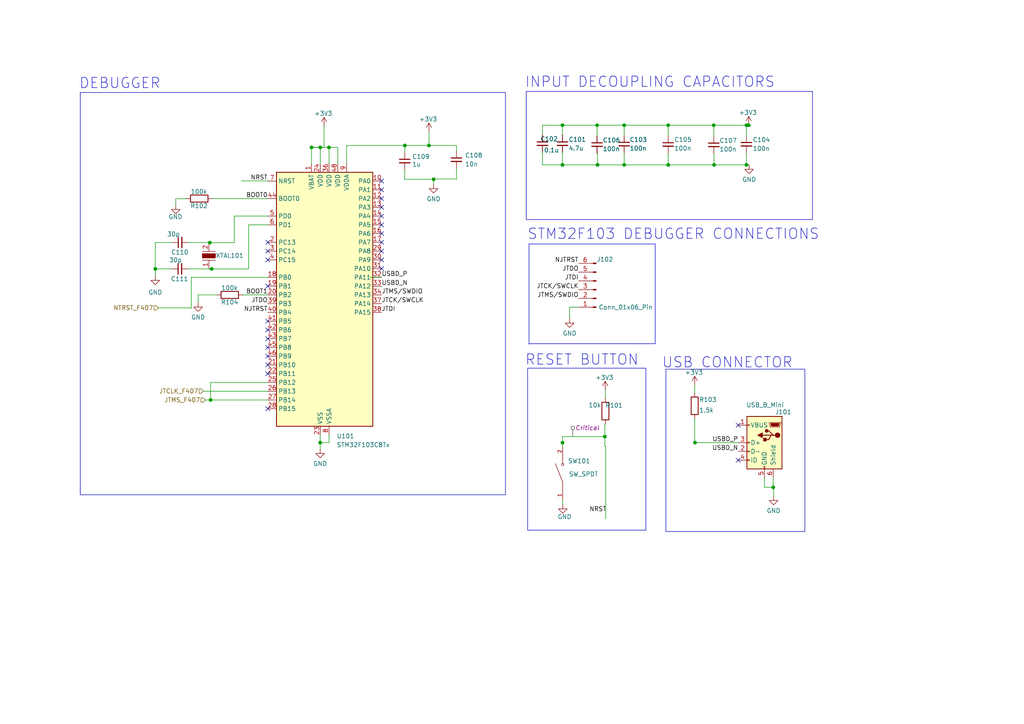
<source format=kicad_sch>
(kicad_sch (version 20231120) (generator "eeschema") (generator_version "8.0")
  (paper "A4")
  (title_block (title "Mixed Signal Board Project") (date "2024-06-24") (rev "V1.0") (company "open source") (comment 1 "this project for learning purposes"))
  (lib_symbols
    (symbol "Connector:Conn_01x06_Pin" (pin_names (offset 1.016) hide)
      (property "Reference" "J" (at 0 7.62 0))
      (property "Value" "Conn_01x06_Pin" (at 0 -10.16 0))
      (symbol "Conn_01x06_Pin_1_1"
        (polyline (pts (xy 1.27 -7.62) (xy 0.8636 -7.62)) (stroke (width 0.1524)))
        (polyline (pts (xy 1.27 -5.08) (xy 0.8636 -5.08)) (stroke (width 0.1524)))
        (polyline (pts (xy 1.27 -2.54) (xy 0.8636 -2.54)) (stroke (width 0.1524)))
        (polyline (pts (xy 1.27 0) (xy 0.8636 0)) (stroke (width 0.1524)))
        (polyline (pts (xy 1.27 2.54) (xy 0.8636 2.54)) (stroke (width 0.1524)))
        (polyline (pts (xy 1.27 5.08) (xy 0.8636 5.08)) (stroke (width 0.1524)))
        (rectangle (start 0.8636 -7.493) (end 0 -7.747) (stroke (width 0.1524)) (fill (type outline)))
        (rectangle (start 0.8636 -4.953) (end 0 -5.207) (stroke (width 0.1524)) (fill (type outline)))
        (rectangle (start 0.8636 -2.413) (end 0 -2.667) (stroke (width 0.1524)) (fill (type outline)))
        (rectangle (start 0.8636 0.127) (end 0 -0.127) (stroke (width 0.1524)) (fill (type outline)))
        (rectangle (start 0.8636 2.667) (end 0 2.413) (stroke (width 0.1524)) (fill (type outline)))
        (rectangle (start 0.8636 5.207) (end 0 4.953) (stroke (width 0.1524)) (fill (type outline)))
        (pin passive line (at 5.08 5.08 180) (length 3.81) (name "Pin_1") (number "1"))
        (pin passive line (at 5.08 2.54 180) (length 3.81) (name "Pin_2") (number "2"))
        (pin passive line (at 5.08 0 180) (length 3.81) (name "Pin_3") (number "3"))
        (pin passive line (at 5.08 -2.54 180) (length 3.81) (name "Pin_4") (number "4"))
        (pin passive line (at 5.08 -5.08 180) (length 3.81) (name "Pin_5") (number "5"))
        (pin passive line (at 5.08 -7.62 180) (length 3.81) (name "Pin_6") (number "6"))
      )
    )
    (symbol "Connector:USB_B_Mini" (pin_names (offset 1.016))
      (property "Reference" "J101" (at -3.048 8.89 0))
      (property "Value" "USB_B_Mini" (at 5.334 10.922 0))
      (symbol "USB_B_Mini_0_1"
        (rectangle (start -5.08 -7.62) (end 5.08 7.62) (stroke (width 0.254)) (fill (type background)))
        (circle (center -3.81 2.159) (radius 0.635) (stroke (width 0.254)) (fill (type outline)))
        (circle (center -0.635 3.429) (radius 0.381) (stroke (width 0.254)) (fill (type outline)))
        (rectangle (start -0.127 -7.62) (end 0.127 -6.858))
        (polyline (pts (xy -1.905 2.159) (xy 0.635 2.159)) (stroke (width 0.254)))
        (polyline (pts (xy -3.175 2.159) (xy -2.54 2.159) (xy -1.27 3.429) (xy -0.635 3.429)) (stroke (width 0.254)))
        (polyline (pts (xy -2.54 2.159) (xy -1.905 2.159) (xy -1.27 0.889) (xy 0 0.889)) (stroke (width 0.254)))
        (polyline (pts (xy 0.635 2.794) (xy 0.635 1.524) (xy 1.905 2.159) (xy 0.635 2.794)) (stroke (width 0.254)) (fill (type outline)))
        (polyline (pts (xy -4.318 5.588) (xy -1.778 5.588) (xy -2.032 4.826) (xy -4.064 4.826) (xy -4.318 5.588)) (fill (type outline)))
        (polyline (pts (xy -4.699 5.842) (xy -4.699 5.588) (xy -4.445 4.826) (xy -4.445 4.572) (xy -1.651 4.572) (xy -1.651 4.826) (xy -1.397 5.588) (xy -1.397 5.842) (xy -4.699 5.842)))
        (rectangle (start 0.254 1.27) (end -0.508 0.508) (stroke (width 0.254)) (fill (type outline)))
        (rectangle (start 5.08 -5.207) (end 4.318 -4.953))
        (rectangle (start 5.08 -2.667) (end 4.318 -2.413))
        (rectangle (start 5.08 -0.127) (end 4.318 0.127))
        (rectangle (start 5.08 4.953) (end 4.318 5.207))
      )
      (symbol "USB_B_Mini_1_1"
        (pin power_out line (at 7.62 5.08 180) (length 2.54) (name "VBUS") (number "1"))
        (pin bidirectional line (at 7.62 -2.54 180) (length 2.54) (name "D-") (number "2"))
        (pin bidirectional line (at 7.62 0 180) (length 2.54) (name "D+") (number "3"))
        (pin passive line (at 7.62 -5.08 180) (length 2.54) (name "ID") (number "4"))
        (pin passive line (at 0 -10.16 90) (length 2.54) (name "GND") (number "5"))
        (pin passive line (at -2.54 -10.16 90) (length 2.54) (name "Shield") (number "6"))
      )
    )
    (symbol "Device:C_Small" (pin_numbers hide) (pin_names (offset 0.254) hide)
      (property "Reference" "C" (at 0.254 1.778 0))
      (property "Value" "C_Small" (at 0.254 -2.032 0))
      (symbol "C_Small_0_1"
        (polyline (pts (xy -1.524 -0.508) (xy 1.524 -0.508)) (stroke (width 0.3302)))
        (polyline (pts (xy -1.524 0.508) (xy 1.524 0.508)) (stroke (width 0.3048)))
      )
      (symbol "C_Small_1_1"
        (pin passive line (at 0 2.54 270) (length 2.032) (name "~") (number "1"))
        (pin passive line (at 0 -2.54 90) (length 2.032) (name "~") (number "2"))
      )
    )
    (symbol "Device:R" (pin_numbers hide) (pin_names (offset 0))
      (property "Reference" "R" (at 2.032 0 90))
      (property "Value" "R" (at 0 0 90))
      (symbol "R_0_1"
        (rectangle (start -1.016 -2.54) (end 1.016 2.54) (stroke (width 0.254)))
      )
      (symbol "R_1_1"
        (pin passive line (at 0 3.81 270) (length 1.27) (name "~") (number "1"))
        (pin passive line (at 0 -3.81 90) (length 1.27) (name "~") (number "2"))
      )
    )
    (symbol "MCU_ST_STM32F1:STM32F103C8Tx"
      (property "Reference" "U" (at -12.7 39.37 0))
      (property "Value" "STM32F103C8Tx" (at 10.16 39.37 0))
      (symbol "STM32F103C8Tx_0_1"
        (rectangle (start -12.7 -35.56) (end 15.24 38.1) (stroke (width 0.254)) (fill (type background)))
      )
      (symbol "STM32F103C8Tx_1_1"
        (pin power_in line (at -2.54 40.64 270) (length 2.54) (name "VBAT") (number "1"))
        (pin bidirectional line (at 17.78 35.56 180) (length 2.54) (name "PA0") (number "10"))
        (pin bidirectional line (at 17.78 33.02 180) (length 2.54) (name "PA1") (number "11"))
        (pin bidirectional line (at 17.78 30.48 180) (length 2.54) (name "PA2") (number "12"))
        (pin bidirectional line (at 17.78 27.94 180) (length 2.54) (name "PA3") (number "13"))
        (pin bidirectional line (at 17.78 25.4 180) (length 2.54) (name "PA4") (number "14"))
        (pin bidirectional line (at 17.78 22.86 180) (length 2.54) (name "PA5") (number "15"))
        (pin bidirectional line (at 17.78 20.32 180) (length 2.54) (name "PA6") (number "16"))
        (pin bidirectional line (at 17.78 17.78 180) (length 2.54) (name "PA7") (number "17"))
        (pin bidirectional line (at -15.24 7.62 0) (length 2.54) (name "PB0") (number "18"))
        (pin bidirectional line (at -15.24 5.08 0) (length 2.54) (name "PB1") (number "19"))
        (pin bidirectional line (at -15.24 17.78 0) (length 2.54) (name "PC13") (number "2"))
        (pin bidirectional line (at -15.24 2.54 0) (length 2.54) (name "PB2") (number "20"))
        (pin bidirectional line (at -15.24 -17.78 0) (length 2.54) (name "PB10") (number "21"))
        (pin bidirectional line (at -15.24 -20.32 0) (length 2.54) (name "PB11") (number "22"))
        (pin power_in line (at 0 -38.1 90) (length 2.54) (name "VSS") (number "23"))
        (pin power_in line (at 0 40.64 270) (length 2.54) (name "VDD") (number "24"))
        (pin bidirectional line (at -15.24 -22.86 0) (length 2.54) (name "PB12") (number "25"))
        (pin bidirectional line (at -15.24 -25.4 0) (length 2.54) (name "PB13") (number "26"))
        (pin bidirectional line (at -15.24 -27.94 0) (length 2.54) (name "PB14") (number "27"))
        (pin bidirectional line (at -15.24 -30.48 0) (length 2.54) (name "PB15") (number "28"))
        (pin bidirectional line (at 17.78 15.24 180) (length 2.54) (name "PA8") (number "29"))
        (pin bidirectional line (at -15.24 15.24 0) (length 2.54) (name "PC14") (number "3"))
        (pin bidirectional line (at 17.78 12.7 180) (length 2.54) (name "PA9") (number "30"))
        (pin bidirectional line (at 17.78 10.16 180) (length 2.54) (name "PA10") (number "31"))
        (pin bidirectional line (at 17.78 7.62 180) (length 2.54) (name "PA11") (number "32"))
        (pin bidirectional line (at 17.78 5.08 180) (length 2.54) (name "PA12") (number "33"))
        (pin bidirectional line (at 17.78 2.54 180) (length 2.54) (name "PA13") (number "34"))
        (pin passive line (at 0 -38.1 90) (length 2.54) hide (name "VSS") (number "35"))
        (pin power_in line (at 2.54 40.64 270) (length 2.54) (name "VDD") (number "36"))
        (pin bidirectional line (at 17.78 0 180) (length 2.54) (name "PA14") (number "37"))
        (pin bidirectional line (at 17.78 -2.54 180) (length 2.54) (name "PA15") (number "38"))
        (pin bidirectional line (at -15.24 0 0) (length 2.54) (name "PB3") (number "39"))
        (pin bidirectional line (at -15.24 12.7 0) (length 2.54) (name "PC15") (number "4"))
        (pin bidirectional line (at -15.24 -2.54 0) (length 2.54) (name "PB4") (number "40"))
        (pin bidirectional line (at -15.24 -5.08 0) (length 2.54) (name "PB5") (number "41"))
        (pin bidirectional line (at -15.24 -7.62 0) (length 2.54) (name "PB6") (number "42"))
        (pin bidirectional line (at -15.24 -10.16 0) (length 2.54) (name "PB7") (number "43"))
        (pin input line (at -15.24 30.48 0) (length 2.54) (name "BOOT0") (number "44"))
        (pin bidirectional line (at -15.24 -12.7 0) (length 2.54) (name "PB8") (number "45"))
        (pin bidirectional line (at -15.24 -15.24 0) (length 2.54) (name "PB9") (number "46"))
        (pin passive line (at 0 -38.1 90) (length 2.54) hide (name "VSS") (number "47"))
        (pin power_in line (at 5.08 40.64 270) (length 2.54) (name "VDD") (number "48"))
        (pin bidirectional line (at -15.24 25.4 0) (length 2.54) (name "PD0") (number "5"))
        (pin bidirectional line (at -15.24 22.86 0) (length 2.54) (name "PD1") (number "6"))
        (pin input line (at -15.24 35.56 0) (length 2.54) (name "NRST") (number "7"))
        (pin power_in line (at 2.54 -38.1 90) (length 2.54) (name "VSSA") (number "8"))
        (pin power_in line (at 7.62 40.64 270) (length 2.54) (name "VDDA") (number "9"))
      )
    )
    (symbol "PTS636_SM43J_SMTR_LFS:PTS636_SM43J_SMTR_LFS" (pin_names (offset 1.016))
      (property "Reference" "S" (at -2.54 2.54 0))
      (property "Value" "PTS636_SM43J_SMTR_LFS" (at -2.54 -2.54 0))
      (symbol "PTS636_SM43J_SMTR_LFS_0_0"
        (polyline (pts (xy -2.54 0) (xy -5.08 0)) (stroke (width 0.1524)))
        (polyline (pts (xy -2.54 0) (xy 2.794 2.1336)) (stroke (width 0.1524)))
        (polyline (pts (xy 5.08 0) (xy 2.921 0)) (stroke (width 0.1524)))
        (circle (center 2.54 0) (radius 0.3302) (stroke (width 0.1524)))
        (pin passive line (at -7.62 0 0) (length 2.54) (name "~") (number "1"))
        (pin passive line (at 7.62 0 180) (length 2.54) (name "~") (number "2"))
      )
    )
    (symbol "dk_Crystals:NX3225GD-8MHZ-STD-CRA-3" (pin_names (offset 1.016))
      (property "Reference" "XTAL" (at 0 3.81 0))
      (property "Value" "NX3225GD-8MHZ-STD-CRA-3" (at 0 -3.81 0))
      (symbol "NX3225GD-8MHZ-STD-CRA-3_1_1"
        (rectangle (start -0.635 1.905) (end 0.635 -1.905) (fill (type outline)))
        (polyline (pts (xy -1.27 1.905) (xy -1.27 -1.905)))
        (polyline (pts (xy 1.27 1.905) (xy 1.27 -1.905)))
        (pin bidirectional line (at -3.81 0 0) (length 2.54) (name "~") (number "1"))
        (pin bidirectional line (at 3.81 0 180) (length 2.54) (name "~") (number "2"))
      )
    )
    (symbol "power:+3V3" (power) (pin_names (offset 0))
      (property "Value" "+3V3" (at 0 3.556 0))
      (symbol "+3V3_0_1"
        (polyline (pts (xy -0.762 1.27) (xy 0 2.54)))
        (polyline (pts (xy 0 0) (xy 0 2.54)))
        (polyline (pts (xy 0 2.54) (xy 0.762 1.27)))
      )
      (symbol "+3V3_1_1"
        (pin power_in line (at 0 0 90) (length 0) hide (name "+3V3") (number "1"))
      )
    )
    (symbol "power:GND" (power) (pin_names (offset 0))
      (property "Value" "GND" (at 0 -3.81 0))
      (symbol "GND_0_1"
        (polyline (pts (xy 0 0) (xy 0 -1.27) (xy 1.27 -1.27) (xy 0 -2.54) (xy -1.27 -1.27) (xy 0 -1.27)))
      )
      (symbol "GND_1_1"
        (pin power_in line (at 0 0 270) (length 0) hide (name "GND") (number "1"))
      )
    )
  )
  (junction (at 61.0828 116.0112))
  (junction (at 193.8034 36.3153))
  (junction (at 217.1562 36.3153))
  (junction (at 216.4953 36.3153))
  (junction (at 193.8034 47.8284))
  (junction (at 60.8698 70.3855))
  (junction (at 181.0364 47.8284))
  (junction (at 173.1831 36.3153))
  (junction (at 117.4375 42.202))
  (junction (at 163.1398 47.8284))
  (junction (at 163.1398 36.3153))
  (junction (at 201.5737 128.3901))
  (junction (at 92.9101 42.7547))
  (junction (at 124.413 42.202))
  (junction (at 95.4139 42.7547))
  (junction (at 207.1118 47.8284))
  (junction (at 92.864 128.3877))
  (junction (at 216.4953 47.8284))
  (junction (at 90.3511 42.7547))
  (junction (at 207.025 36.3153))
  (junction (at 125.765 51.9994))
  (junction (at 175.4361 126.6343))
  (junction (at 224.2648 141.3492))
  (junction (at 181.0364 36.3153))
  (junction (at 61.3975 77.9982))
  (junction (at 163.1616 128.4039))
  (junction (at 45.0377 77.991))
  (junction (at 173.3037 47.8284))
  (no_connect (at 110.6711 75.3712))
  (no_connect (at 214.1048 133.4701))
  (no_connect (at 110.6711 77.9112))
  (no_connect (at 110.6711 55.0512))
  (no_connect (at 110.6711 62.6712))
  (no_connect (at 110.6711 70.2912))
  (no_connect (at 77.6511 95.6912))
  (no_connect (at 77.6511 100.7712))
  (no_connect (at 77.6511 108.3912))
  (no_connect (at 77.6511 98.2312))
  (no_connect (at 110.6711 52.5112))
  (no_connect (at 77.6511 72.8312))
  (no_connect (at 214.1048 123.3101))
  (no_connect (at 77.6511 70.2912))
  (no_connect (at 77.6511 93.1512))
  (no_connect (at 110.6711 60.1312))
  (no_connect (at 77.6511 82.9912))
  (no_connect (at 110.6711 65.2112))
  (no_connect (at 110.6711 57.5912))
  (no_connect (at 77.6511 75.3712))
  (no_connect (at 77.6511 105.8512))
  (no_connect (at 110.6711 72.8312))
  (no_connect (at 77.6511 118.5512))
  (no_connect (at 110.6711 67.7512))
  (no_connect (at 77.6511 103.3112))
  (wire (pts (xy 57.4611 85.5378) (xy 57.4611 87.7807)))
  (wire (pts (xy 117.4375 43.219) (xy 117.4375 42.202)))
  (wire (pts (xy 77.6511 62.6712) (xy 67.9475 62.6712)))
  (wire (pts (xy 50.9816 59.4911) (xy 50.9816 57.645)))
  (wire (pts (xy 132.3973 42.202) (xy 124.413 42.202)))
  (wire (pts (xy 175.6822 150.4991) (xy 175.6822 129.4996)))
  (wire (pts (xy 216.4953 36.3153) (xy 217.1562 36.3153)))
  (wire (pts (xy 55.4751 80.4512) (xy 77.6511 80.4512)))
  (wire (pts (xy 67.9475 70.3855) (xy 60.8698 70.3855)))
  (wire (pts (xy 201.5737 128.3625) (xy 201.5737 128.3901)))
  (wire (pts (xy 173.3037 47.8284) (xy 163.1398 47.8284)))
  (wire (pts (xy 95.4311 126.1712) (xy 95.4311 128.3877)))
  (wire (pts (xy 163.1616 128.4743) (xy 163.1616 128.4039)))
  (wire (pts (xy 181.0364 47.8284) (xy 193.8034 47.8284)))
  (wire (pts (xy 207.025 39.4748) (xy 207.0264 39.4748)))
  (wire (pts (xy 165.2173 89.0917) (xy 165.2173 92.4457)))
  (wire (pts (xy 49.6221 77.991) (xy 45.0377 77.991)))
  (wire (pts (xy 92.9101 43.1229) (xy 92.9101 42.7547)))
  (wire (pts (xy 175.5876 115.425) (xy 175.5876 113.1635)))
  (wire (pts (xy 193.8034 47.8284) (xy 207.1118 47.8284)))
  (wire (pts (xy 163.1398 47.8284) (xy 163.1398 44.2129)))
  (wire (pts (xy 61.0828 116.0112) (xy 59.5629 116.0112)))
  (wire (pts (xy 157.3178 39.1371) (xy 157.3178 36.3153)))
  (wire (pts (xy 93.994 42.7229) (xy 90.3511 42.7229)))
  (wire (pts (xy 216.4953 39.3) (xy 216.4953 36.3153)))
  (wire (pts (xy 173.1831 36.3153) (xy 181.0364 36.3153)))
  (wire (pts (xy 61.5861 57.6017) (xy 77.6511 57.6017)))
  (wire (pts (xy 201.5737 128.3901) (xy 214.1048 128.3901)))
  (wire (pts (xy 181.0364 36.3153) (xy 181.0364 39.2469)))
  (wire (pts (xy 175.5876 113.1635) (xy 175.5445 113.1635)))
  (wire (pts (xy 92.864 128.3877) (xy 92.864 126.1712)))
  (wire (pts (xy 124.413 38.2388) (xy 124.413 42.202)))
  (wire (pts (xy 201.4931 128.3901) (xy 201.5737 128.3901)))
  (wire (pts (xy 175.4361 123.045) (xy 175.4361 126.6343)))
  (wire (pts (xy 175.4361 126.6343) (xy 175.4361 129.4996)))
  (wire (pts (xy 207.1118 47.8284) (xy 216.4953 47.8284)))
  (wire (pts (xy 173.3037 44.4731) (xy 173.171 44.4731)))
  (wire (pts (xy 125.765 51.923) (xy 125.765 51.9994)))
  (wire (pts (xy 207.1118 47.8284) (xy 207.1118 44.5548)))
  (wire (pts (xy 92.8911 47.4312) (xy 92.8911 43.1229)))
  (wire (pts (xy 62.8366 85.5378) (xy 57.4611 85.5378)))
  (wire (pts (xy 193.8034 36.3153) (xy 193.8034 39.3609)))
  (wire (pts (xy 125.765 51.9994) (xy 125.765 53.4651)))
  (wire (pts (xy 173.1831 36.3153) (xy 163.1398 36.3153)))
  (wire (pts (xy 93.994 36.5783) (xy 93.994 42.7229)))
  (wire (pts (xy 67.9475 62.6712) (xy 67.9475 70.3855)))
  (wire (pts (xy 97.9711 42.7547) (xy 95.4139 42.7547)))
  (wire (pts (xy 193.8034 36.3153) (xy 207.025 36.3153)))
  (wire (pts (xy 207.025 36.3153) (xy 207.025 39.4748)))
  (polyline (pts (xy 190.0359 99.6966) (xy 190.0359 70.7684)))
  (wire (pts (xy 132.3973 48.8647) (xy 132.3973 51.923)))
  (wire (pts (xy 59.5629 116.0112) (xy 59.5629 116.0026)))
  (wire (pts (xy 95.4311 43.0308) (xy 95.4139 43.0308)))
  (wire (pts (xy 181.0364 36.3153) (xy 193.8034 36.3153)))
  (wire (pts (xy 55.0941 89.3366) (xy 55.4751 89.3366)))
  (wire (pts (xy 61.3975 77.9982) (xy 61.3975 78.0055)))
  (wire (pts (xy 157.3178 44.2171) (xy 157.3178 47.8284)))
  (wire (pts (xy 173.1831 39.3931) (xy 173.171 39.3931)))
  (wire (pts (xy 175.4361 123.045) (xy 175.5876 123.045)))
  (wire (pts (xy 216.4953 47.8284) (xy 217.2855 47.8284)))
  (wire (pts (xy 117.3897 43.219) (xy 117.4375 43.219)))
  (wire (pts (xy 167.8285 89.0917) (xy 165.2173 89.0917)))
  (polyline (pts (xy 153.4311 99.6966) (xy 190.0359 99.6966)))
  (wire (pts (xy 224.2648 141.3492) (xy 224.2648 138.5501)))
  (wire (pts (xy 92.864 130.2451) (xy 92.864 128.3877)))
  (wire (pts (xy 77.6511 113.4712) (xy 58.993 113.4712)))
  (wire (pts (xy 72.246 65.2039) (xy 72.246 65.2112)))
  (wire (pts (xy 224.3756 141.3492) (xy 224.2648 141.3492)))
  (wire (pts (xy 92.8911 43.1229) (xy 92.9101 43.1229)))
  (wire (pts (xy 110.6711 83.1086) (xy 110.6711 82.9912)))
  (wire (pts (xy 95.4139 42.7547) (xy 92.9101 42.7547)))
  (wire (pts (xy 173.3037 47.8284) (xy 181.0364 47.8284)))
  (wire (pts (xy 95.4139 43.0308) (xy 95.4139 42.7547)))
  (wire (pts (xy 50.9816 57.645) (xy 54.0321 57.645)))
  (wire (pts (xy 45.0377 70.3388) (xy 49.6881 70.3388)))
  (wire (pts (xy 95.4311 47.4312) (xy 95.4311 43.0308)))
  (wire (pts (xy 117.4375 42.202) (xy 100.5111 42.202)))
  (wire (pts (xy 45.0377 70.3388) (xy 45.0377 77.991)))
  (wire (pts (xy 60.8698 70.3855) (xy 60.5922 70.3855)))
  (wire (pts (xy 173.1831 36.3153) (xy 173.1831 39.3931)))
  (wire (pts (xy 107.3063 80.4512) (xy 110.6711 80.4512)))
  (wire (pts (xy 100.5111 42.202) (xy 100.5111 47.4312)))
  (wire (pts (xy 207.025 36.3153) (xy 216.4953 36.3153)))
  (wire (pts (xy 175.6822 129.4996) (xy 175.4361 129.4996)))
  (wire (pts (xy 70.4566 85.5312) (xy 70.4566 85.5378)))
  (wire (pts (xy 61.0828 110.9312) (xy 61.0828 116.0112)))
  (wire (pts (xy 77.6511 85.5312) (xy 70.4566 85.5312)))
  (wire (pts (xy 77.6511 110.9312) (xy 61.0828 110.9312)))
  (wire (pts (xy 54.7681 70.3388) (xy 60.8698 70.3388)))
  (wire (pts (xy 207.1118 44.5548) (xy 207.0264 44.5548)))
  (polyline (pts (xy 153.4303 70.7684) (xy 190.0359 70.7684)))
  (wire (pts (xy 217.1562 36.3153) (xy 217.2855 36.3153)))
  (polyline (pts (xy 153.4311 70.8067) (xy 153.4311 99.8608)))
  (wire (pts (xy 55.4751 80.4512) (xy 55.4751 89.3366)))
  (wire (pts (xy 163.1616 126.6343) (xy 175.4361 126.6343)))
  (wire (pts (xy 157.3178 36.3153) (xy 163.1398 36.3153)))
  (wire (pts (xy 117.3897 44.1704) (xy 117.3897 43.219)))
  (wire (pts (xy 181.0364 47.8284) (xy 181.0364 44.3269)))
  (wire (pts (xy 163.1961 146.3283) (xy 163.2408 146.3283)))
  (wire (pts (xy 77.6511 52.5112) (xy 77.6511 52.4737)))
  (wire (pts (xy 132.3973 51.923) (xy 125.765 51.923)))
  (wire (pts (xy 132.3973 43.7847) (xy 132.3973 42.202)))
  (wire (pts (xy 224.3756 141.3492) (xy 224.3756 143.8892)))
  (wire (pts (xy 163.1616 128.4039) (xy 163.1616 126.6343)))
  (wire (pts (xy 55.0941 89.3366) (xy 55.0941 89.2917)))
  (wire (pts (xy 72.246 65.2112) (xy 77.6511 65.2112)))
  (wire (pts (xy 193.8034 47.8284) (xy 193.8034 44.4409)))
  (wire (pts (xy 72.246 65.2039) (xy 72.119 65.2039)))
  (wire (pts (xy 54.0321 57.518) (xy 53.9661 57.518)))
  (wire (pts (xy 201.4931 121.5032) (xy 201.4931 128.3901)))
  (wire (pts (xy 92.9101 42.7547) (xy 90.3511 42.7547)))
  (wire (pts (xy 117.3897 51.9994) (xy 125.765 51.9994)))
  (wire (pts (xy 77.6511 57.6017) (xy 77.6511 57.5912)))
  (wire (pts (xy 97.9711 47.4312) (xy 97.9711 42.7547)))
  (wire (pts (xy 221.7248 138.5501) (xy 221.7248 141.3492)))
  (wire (pts (xy 216.4953 44.38) (xy 216.4953 47.8284)))
  (wire (pts (xy 221.7248 141.3492) (xy 224.2648 141.3492)))
  (wire (pts (xy 90.3511 42.7547) (xy 90.3511 47.4312)))
  (wire (pts (xy 77.6511 52.4737) (xy 69.9852 52.4737)))
  (wire (pts (xy 72.119 77.9982) (xy 61.3975 77.9982)))
  (wire (pts (xy 201.4931 113.8832) (xy 201.4931 111.6787)))
  (wire (pts (xy 163.1961 144.8821) (xy 163.1961 146.3283)))
  (wire (pts (xy 60.8698 70.3388) (xy 60.8698 70.3855)))
  (wire (pts (xy 53.9661 57.518) (xy 53.9661 57.6017)))
  (wire (pts (xy 163.1961 129.6421) (xy 163.1961 128.4039)))
  (wire (pts (xy 95.4311 128.3877) (xy 92.864 128.3877)))
  (wire (pts (xy 61.3975 77.991) (xy 61.3975 77.9982)))
  (wire (pts (xy 77.6511 116.0112) (xy 61.0828 116.0112)))
  (wire (pts (xy 72.119 65.2039) (xy 72.119 77.9982)))
  (wire (pts (xy 117.3897 49.2504) (xy 117.3897 51.9994)))
  (wire (pts (xy 92.864 126.1712) (xy 92.8911 126.1712)))
  (wire (pts (xy 157.3178 47.8284) (xy 163.1398 47.8284)))
  (wire (pts (xy 61.3975 78.0055) (xy 60.5922 78.0055)))
  (wire (pts (xy 90.3511 42.7229) (xy 90.3511 42.7547)))
  (wire (pts (xy 163.1398 36.3153) (xy 163.1398 39.1329)))
  (wire (pts (xy 54.0321 57.645) (xy 54.0321 57.518)))
  (wire (pts (xy 173.3037 47.8284) (xy 173.3037 44.4731)))
  (wire (pts (xy 163.1961 128.4039) (xy 163.1616 128.4039)))
  (wire (pts (xy 58.993 113.4712) (xy 58.993 113.4378)))
  (wire (pts (xy 55.0941 89.2917) (xy 45.9307 89.2917)))
  (wire (pts (xy 124.413 42.202) (xy 117.4375 42.202)))
  (wire (pts (xy 45.0377 77.991) (xy 45.0377 80.0359)))
  (wire (pts (xy 54.7021 77.991) (xy 61.3975 77.991)))
  (rectangle (start 193.1409 107.0692) (end 233.4474 154.1529))
  (rectangle (start 23.2761 26.8289) (end 146.6112 143.5073))
  (rectangle (start 152.6298 26.5193) (end 235.6545 63.6863))
  (rectangle (start 153.0361 106.7821) (end 187.3261 153.7721))
  (text "USB CONNECTOR" (at 210.9756 105.2858 0) (effects (font (size 3 3))))
  (text "STM32F103 DEBUGGER CONNECTIONS\n" (at 152.9382 69.7736 0) (effects (font (size 3 3)) (justify left bottom)))
  (text "DEBUGGER" (at 34.7805 24.2857 0) (effects (font (size 3 3))))
  (text "INPUT DECOUPLING CAPACITORS" (at 188.5024 23.9306 0) (effects (font (size 3 3))))
  (text "RESET BUTTON" (at 168.7841 104.4961 0) (effects (font (size 3 3))))
  (label "JTMS{slash}SWDIO" (at 167.8285 86.5517 180))
  (label "JTDI" (at 110.6711 90.6112 0))
  (label "JTCK{slash}SWCLK" (at 110.6711 88.0712 0))
  (label "USBD_N" (at 110.6711 83.0772 0))
  (label "JTDO" (at 77.6511 88.0712 180))
  (label "BOOT1" (at 71.3367 85.5312 0))
  (label "USBD_N" (at 214.1048 130.9301 180))
  (label "USBD_P" (at 214.1048 128.3901 180))
  (label "NRST" (at 77.6511 52.5112 180))
  (label "JTDO" (at 167.8285 78.9317 180))
  (label "NJTRST" (at 77.6511 90.6112 180))
  (label "JTMS{slash}SWDIO" (at 110.6711 85.5312 0))
  (label "NRST" (at 175.8961 148.6921 180))
  (label "NJTRST" (at 167.8285 76.3917 180))
  (label "JTDI" (at 167.8285 81.4717 180))
  (label "JTCK{slash}SWCLK" (at 167.8285 84.0117 180))
  (label "USBD_P" (at 110.6711 80.4512 0))
  (label "BOOT0" (at 77.6511 57.5912 180))
  (hierarchical_label "NTRST_F407" (shape input) (at 45.9307 89.2917 180))
  (hierarchical_label "JTCLK_F407" (shape input) (at 58.993 113.4378 180))
  (hierarchical_label "JTMS_F407" (shape input) (at 59.5629 116.0026 180))
  (netclass_flag "" (length 2.54) (shape round) (at 166.1425 126.6343 0) (property "Netclass" "Critical" (at 166.841 124.0943 0) (effects (font (italic yes)) (justify left))))
  (symbol (lib_id "power:GND") (at 163.2408 146.3283 0) (unit 1)
    (property "Reference" "#PWR0435" (effects (hide yes)))
    (property "Value" "GND" (at 163.7445 149.8941 0))
  )
  (symbol (lib_id "PTS636_SM43J_SMTR_LFS:PTS636_SM43J_SMTR_LFS") (at 163.1961 137.2621 90) (unit 1)
    (property "Reference" "SW101" (at 164.7201 133.7061 90) (effects (justify right)))
    (property "Value" "SW_SPDT" (at 164.9741 137.5161 90) (effects (justify right)))
    (property "Footprint" "footprints:SW_PTS636_SM43J_SMTR_LFS" (effects (hide yes)))
    (property "MF" "C&K" (effects (hide yes)))
    (property "MAXIMUM_PACKAGE_HEIGHT" "4.3 mm" (effects (hide yes)))
    (property "Package" "None" (effects (hide yes)))
    (property "Price" "None" (effects (hide yes)))
    (property "Check_prices" "https://www.snapeda.com/parts/PTS636%20SM43J%20SMTR%20LFS/C%2526K/view-part/?ref=eda" (effects (hide yes)))
    (property "STANDARD" "Manufacturer Recommendations" (effects (hide yes)))
    (property "PARTREV" "27 mar 19" (effects (hide yes)))
    (property "SnapEDA_Link" "https://www.snapeda.com/parts/PTS636%20SM43J%20SMTR%20LFS/C%2526K/view-part/?ref=snap" (effects (hide yes)))
    (property "MP" "PTS636 SM43J SMTR LFS" (effects (hide yes)))
    (property "Description_1" "\nTactile Switch SPST-NO Top Actuated Surface Mount\n" (effects (hide yes)))
    (property "Availability" "In Stock" (effects (hide yes)))
    (property "MANUFACTURER" "C&K" (effects (hide yes)))
  )
  (symbol (lib_id "power:+3V3") (at 124.413 38.2388 0) (unit 1)
    (property "Reference" "#PWR0434" (effects (hide yes)))
    (property "Value" "+3V3" (at 124.1752 34.5763 0))
    (property "Description" "Power symbol creates a global label with name \"+3V3\"" (effects (hide yes)))
  )
  (symbol (lib_id "MCU_ST_STM32F1:STM32F103C8Tx") (at 92.8911 88.0712 0) (unit 1)
    (property "Reference" "U101" (at 97.6252 126.4935 0) (effects (justify left)))
    (property "Value" "STM32F103C8Tx" (at 97.6252 129.0335 0) (effects (justify left)))
    (property "Footprint" "Package_QFP:LQFP-48_7x7mm_P0.5mm" (effects (hide yes)))
    (property "Datasheet" "https://www.st.com/resource/en/datasheet/stm32f103c8.pdf" (effects (hide yes)))
  )
  (symbol (lib_id "power:+3V3") (at 217.1562 36.3153 0) (unit 1)
    (property "Reference" "#PWR0431" (effects (hide yes)))
    (property "Value" "+3V3" (at 216.9184 32.6528 0))
    (property "Description" "Power symbol creates a global label with name \"+3V3\"" (effects (hide yes)))
  )
  (symbol (lib_id "power:GND") (at 125.765 53.4651 0) (unit 1)
    (property "Reference" "#PWR0436" (effects (hide yes)))
    (property "Value" "GND" (at 125.765 57.7054 0))
  )
  (symbol (lib_id "Device:R") (at 66.6466 85.5378 90) (unit 1)
    (property "Reference" "R104" (at 66.6159 87.6374 90))
    (property "Value" "100k" (at 66.5777 83.5145 90))
    (property "Footprint" "Resistor_SMD:R_0805_2012Metric_Pad1.20x1.40mm_HandSolder" (effects (hide yes)))
  )
  (symbol (lib_id "power:GND") (at 92.864 130.2451 0) (unit 1)
    (property "Reference" "#PWR0442" (effects (hide yes)))
    (property "Value" "GND" (at 92.864 134.4854 0))
  )
  (symbol (lib_id "power:GND") (at 45.0377 80.0359 0) (unit 1)
    (property "Reference" "#PWR0439" (effects (hide yes)))
    (property "Value" "GND" (at 45.0377 84.8196 0))
  )
  (symbol (lib_id "power:GND") (at 165.2173 92.4457 0) (unit 1)
    (property "Reference" "#PWR0443" (effects (hide yes)))
    (property "Value" "GND" (at 165.2173 96.686 0))
  )
  (symbol (lib_id "Device:R") (at 57.7761 57.6017 90) (unit 1)
    (property "Reference" "R102" (at 57.7454 59.7013 90))
    (property "Value" "100k" (at 57.7072 55.5784 90))
    (property "Footprint" "Resistor_SMD:R_0805_2012Metric_Pad1.20x1.40mm_HandSolder" (effects (hide yes)))
  )
  (symbol (lib_id "Device:C_Small") (at 132.3973 46.3247 0) (unit 1)
    (property "Reference" "C108" (at 134.8515 45.061 0) (effects (justify left)))
    (property "Value" "10n" (at 134.8515 47.601 0) (effects (justify left)))
    (property "Footprint" "Capacitor_SMD:C_0805_2012Metric" (effects (hide yes)))
  )
  (symbol (lib_id "dk_Crystals:NX3225GD-8MHZ-STD-CRA-3") (at 60.5922 74.1955 90) (unit 1)
    (property "Reference" "XTAL101" (at 62.5457 74.1298 90) (effects (justify right)))
    (property "Value" "NX3225GD-8MHZ-STD-CRA-3" (effects (hide yes)))
    (property "Footprint" "Crystal:Crystal_SMD_3215-2Pin_3.2x1.5mm" (effects (hide yes)))
    (property "Datasheet" "http://www.ndk.com/images/products/catalog/c_NX3225GD-STD-CRA-3_e.pdf" (effects (hide yes)))
    (property "Description" "CRYSTAL 8.0000MHZ 8PF SMD" (effects (hide yes)))
    (property "Digi-Key_PN" "644-1178-1-ND" (effects (hide yes)))
    (property "MPN" "NX3225GD-8MHZ-STD-CRA-3" (effects (hide yes)))
    (property "Category" "Crystals, Oscillators, Resonators" (effects (hide yes)))
    (property "Family" "Crystals" (effects (hide yes)))
    (property "DK_Datasheet_Link" "http://www.ndk.com/images/products/catalog/c_NX3225GD-STD-CRA-3_e.pdf" (effects (hide yes)))
    (property "DK_Detail_Page" "/product-detail/en/ndk-america-inc/NX3225GD-8MHZ-STD-CRA-3/644-1178-1-ND/3125567" (effects (hide yes)))
    (property "Manufacturer" "NDK America, Inc." (effects (hide yes)))
    (property "Status" "Active" (effects (hide yes)))
  )
  (symbol (lib_id "Connector:Conn_01x06_Pin") (at 172.9085 84.0117 180) (unit 1)
    (property "Reference" "J102" (at 173.0489 75.2353 0) (effects (justify right)))
    (property "Value" "Conn_01x06_Pin" (at 173.5987 89.1159 0) (effects (justify right)))
    (property "Footprint" "Connector_PinHeader_2.00mm:PinHeader_1x06_P2.00mm_Vertical" (effects (hide yes)))
  )
  (symbol (lib_id "Device:C_Small") (at 157.3178 41.6771 0) (unit 1)
    (property "Reference" "C102" (at 159.2746 40.3009 0))
    (property "Value" "0.1u" (at 159.9455 43.552 0))
    (property "Footprint" "Capacitor_SMD:C_0805_2012Metric" (effects (hide yes)))
  )
  (symbol (lib_id "Device:C_Small") (at 52.1621 77.991 90) (unit 1)
    (property "Reference" "C111" (at 52.0962 80.8935 90))
    (property "Value" "30p" (at 50.9088 75.4183 90))
    (property "Footprint" "Capacitor_SMD:C_0805_2012Metric" (effects (hide yes)))
  )
  (symbol (lib_id "Device:C_Small") (at 193.8034 41.9009 0) (unit 1)
    (property "Reference" "C105" (at 195.5529 40.496 0) (effects (justify left)))
    (property "Value" "100n" (at 195.5529 43.036 0) (effects (justify left)))
    (property "Footprint" "Capacitor_SMD:C_0805_2012Metric" (effects (hide yes)))
  )
  (symbol (lib_id "Device:C_Small") (at 181.0364 41.7869 0) (unit 1)
    (property "Reference" "C103" (at 182.6001 40.496 0) (effects (justify left)))
    (property "Value" "100n" (at 182.6001 43.036 0) (effects (justify left)))
    (property "Footprint" "Capacitor_SMD:C_0805_2012Metric" (effects (hide yes)))
  )
  (symbol (lib_id "power:+3V3") (at 93.994 36.5783 0) (unit 1)
    (property "Reference" "#PWR0433" (effects (hide yes)))
    (property "Value" "+3V3" (at 93.7562 32.9158 0))
    (property "Description" "Power symbol creates a global label with name \"+3V3\"" (effects (hide yes)))
  )
  (symbol (lib_id "Device:R") (at 175.5876 119.235 180) (unit 1)
    (property "Reference" "R101" (at 178.1207 117.5829 0))
    (property "Value" "10k" (at 172.5003 117.5038 0))
    (property "Footprint" "Resistor_SMD:R_0805_2012Metric_Pad1.20x1.40mm_HandSolder" (effects (hide yes)))
  )
  (symbol (lib_id "power:GND") (at 50.9816 59.4911 0) (unit 1)
    (property "Reference" "#PWR0437" (effects (hide yes)))
    (property "Value" "GND" (at 50.8808 62.8842 0))
  )
  (symbol (lib_id "Device:C_Small") (at 173.171 41.9331 0) (unit 1)
    (property "Reference" "C106" (at 174.8077 40.6508 0) (effects (justify left)))
    (property "Value" "100n" (at 174.8077 43.1908 0) (effects (justify left)))
    (property "Footprint" "Capacitor_SMD:C_0805_2012Metric" (effects (hide yes)))
  )
  (symbol (lib_id "Device:C_Small") (at 207.0264 42.0148 0) (unit 1)
    (property "Reference" "C107" (at 208.6606 40.7654 0) (effects (justify left)))
    (property "Value" "100n" (at 208.6606 43.3054 0) (effects (justify left)))
    (property "Footprint" "Capacitor_SMD:C_0805_2012Metric" (effects (hide yes)))
  )
  (symbol (lib_id "power:GND") (at 217.2855 47.8284 0) (unit 1)
    (property "Reference" "#PWR0432" (effects (hide yes)))
    (property "Value" "GND" (at 217.2855 52.0687 0))
  )
  (symbol (lib_id "power:+3V3") (at 201.4931 111.6787 0) (unit 1)
    (property "Reference" "#PWR0438" (effects (hide yes)))
    (property "Value" "+3V3" (at 201.2553 108.0162 0))
    (property "Description" "Power symbol creates a global label with name \"+3V3\"" (effects (hide yes)))
  )
  (symbol (lib_id "Device:C_Small") (at 216.4953 41.84 0) (unit 1)
    (property "Reference" "C104" (at 218.3108 40.5476 0) (effects (justify left)))
    (property "Value" "100n" (at 218.3108 43.0876 0) (effects (justify left)))
    (property "Footprint" "Capacitor_SMD:C_0805_2012Metric" (effects (hide yes)))
  )
  (symbol (lib_id "power:GND") (at 224.3756 143.8892 0) (unit 1)
    (property "Reference" "#PWR0441" (effects (hide yes)))
    (property "Value" "GND" (at 224.3756 148.1295 0))
  )
  (symbol (lib_id "power:GND") (at 57.4611 87.7807 0) (unit 1)
    (property "Reference" "#PWR0440" (effects (hide yes)))
    (property "Value" "GND" (at 57.4611 92.021 0))
  )
  (symbol (lib_id "Connector:USB_B_Mini") (at 221.7248 128.3901 0) (mirror y) (unit 1)
    (property "Reference" "J101" (at 224.7728 119.5001 0) (effects (justify right)))
    (property "Value" "USB_B_Mini" (at 216.3908 117.4681 0) (effects (justify right)))
    (property "Footprint" "Connector_USB:USB_Micro-B_Molex_47346-0001" (effects (hide yes)))
    (property "Description" "USB Mini Type B connector" (effects (hide yes)))
  )
  (symbol (lib_id "Device:C_Small") (at 163.1398 41.6729 0) (unit 1)
    (property "Reference" "C101" (at 164.8995 40.4557 0) (effects (justify left)))
    (property "Value" "4.7u" (at 164.8995 42.9957 0) (effects (justify left)))
    (property "Footprint" "Capacitor_SMD:C_0805_2012Metric" (effects (hide yes)))
  )
  (symbol (lib_id "Device:C_Small") (at 52.2281 70.3388 90) (unit 1)
    (property "Reference" "C110" (at 52.1621 73.1754 90))
    (property "Value" "30p" (at 50.3151 67.898 90))
    (property "Footprint" "Capacitor_SMD:C_0805_2012Metric" (effects (hide yes)))
  )
  (symbol (lib_id "Device:R") (at 201.4931 117.6932 0) (unit 1)
    (property "Reference" "R103" (at 202.7631 115.9152 0) (effects (justify left)))
    (property "Value" "1.5k" (at 202.7631 118.9632 0) (effects (justify left)))
    (property "Footprint" "Resistor_SMD:R_0805_2012Metric_Pad1.20x1.40mm_HandSolder" (effects (hide yes)))
    (property "Description" "Resistor" (effects (hide yes)))
  )
  (symbol (lib_id "Device:C_Small") (at 117.3897 46.7104 0) (unit 1)
    (property "Reference" "C109" (at 119.5267 45.4322 0) (effects (justify left)))
    (property "Value" "1u" (at 119.5267 47.6769 0) (effects (justify left)))
    (property "Footprint" "Capacitor_SMD:C_0805_2012Metric" (effects (hide yes)))
  )
  (symbol (lib_id "power:+3V3") (at 175.5445 113.1635 0) (unit 1)
    (property "Reference" "#PWR0430" (effects (hide yes)))
    (property "Value" "+3V3" (at 175.3067 109.501 0))
    (property "Description" "Power symbol creates a global label with name \"+3V3\"" (effects (hide yes)))
  )
)
</source>
